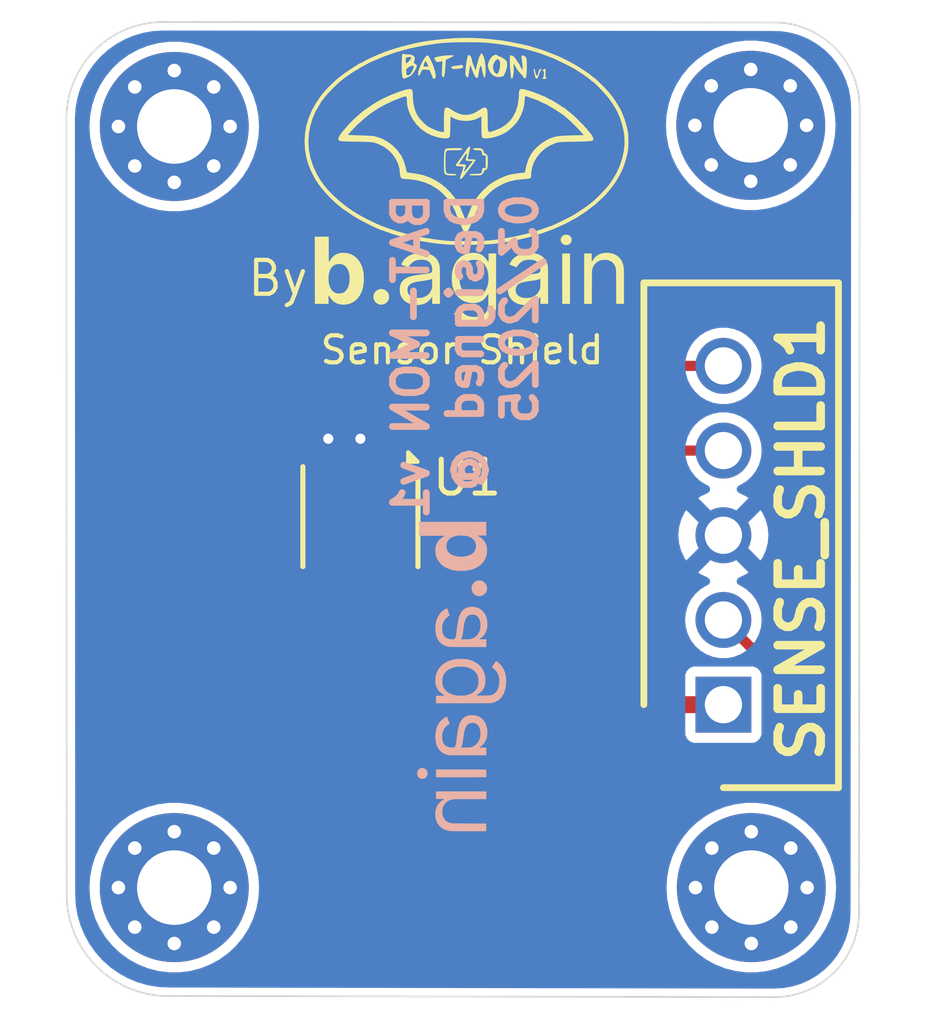
<source format=kicad_pcb>
(kicad_pcb (version 20240108) (generator "pcbnew") (generator_version "8.0")
  (title_block (title "Bat.mon v1 - Sensor Shield") (date "2025-03-12"))
  (layers (0 "F.Cu" signal) (31 "B.Cu" power) (34 "B.Paste" user) (35 "F.Paste" user) (36 "B.SilkS" user "B.Silkscreen") (37 "F.SilkS" user "F.Silkscreen") (38 "B.Mask" user) (39 "F.Mask" user) (44 "Edge.Cuts" user))
  (net 0 "")
  (net 1 "I2C1_SDA")
  (net 2 "INT_SENSOR")
  (net 3 "I2C1_SCL")
  (net 4 "+3.3V")
  (net 5 "GND")
  (footprint "MountingHole:MountingHole_2.2mm_M2_Pad_Via" (layer "F.Cu") (at 76.1 68)
    (property "Reference" "H4" (hide yes))
    (property "Value" "MountingHole")
    (pad "1" thru_hole circle (at -1.65 0) (size 0.7 0.7) (drill 0.4) (layers "*.Cu" "*.Mask"))
    (pad "1" thru_hole circle (at -1.166726 -1.166726) (size 0.7 0.7) (drill 0.4) (layers "*.Cu" "*.Mask"))
    (pad "1" thru_hole circle (at -1.166726 1.166726) (size 0.7 0.7) (drill 0.4) (layers "*.Cu" "*.Mask"))
    (pad "1" thru_hole circle (at 0 -1.65) (size 0.7 0.7) (drill 0.4) (layers "*.Cu" "*.Mask"))
    (pad "1" thru_hole circle (at 0 0) (size 4.4 4.4) (drill 2.2) (layers "*.Cu" "*.Mask"))
    (pad "1" thru_hole circle (at 0 1.65) (size 0.7 0.7) (drill 0.4) (layers "*.Cu" "*.Mask"))
    (pad "1" thru_hole circle (at 1.166726 -1.166726) (size 0.7 0.7) (drill 0.4) (layers "*.Cu" "*.Mask"))
    (pad "1" thru_hole circle (at 1.166726 1.166726) (size 0.7 0.7) (drill 0.4) (layers "*.Cu" "*.Mask"))
    (pad "1" thru_hole circle (at 1.65 0) (size 0.7 0.7) (drill 0.4) (layers "*.Cu" "*.Mask"))
  )
  (footprint "MountingHole:MountingHole_2.2mm_M2_Pad_Via" (layer "F.Cu") (at 93.15 68)
    (property "Reference" "H3" (hide yes))
    (property "Value" "MountingHole")
    (pad "1" thru_hole circle (at -1.65 0) (size 0.7 0.7) (drill 0.4) (layers "*.Cu" "*.Mask"))
    (pad "1" thru_hole circle (at -1.166726 -1.166726) (size 0.7 0.7) (drill 0.4) (layers "*.Cu" "*.Mask"))
    (pad "1" thru_hole circle (at -1.166726 1.166726) (size 0.7 0.7) (drill 0.4) (layers "*.Cu" "*.Mask"))
    (pad "1" thru_hole circle (at 0 -1.65) (size 0.7 0.7) (drill 0.4) (layers "*.Cu" "*.Mask"))
    (pad "1" thru_hole circle (at 0 0) (size 4.4 4.4) (drill 2.2) (layers "*.Cu" "*.Mask"))
    (pad "1" thru_hole circle (at 0 1.65) (size 0.7 0.7) (drill 0.4) (layers "*.Cu" "*.Mask"))
    (pad "1" thru_hole circle (at 1.166726 -1.166726) (size 0.7 0.7) (drill 0.4) (layers "*.Cu" "*.Mask"))
    (pad "1" thru_hole circle (at 1.166726 1.166726) (size 0.7 0.7) (drill 0.4) (layers "*.Cu" "*.Mask"))
    (pad "1" thru_hole circle (at 1.65 0) (size 0.7 0.7) (drill 0.4) (layers "*.Cu" "*.Mask"))
  )
  (footprint "Package_SON:Texas_PWSON-N6" (layer "F.Cu") (at 81.6 57.05 -90)
    (property "Reference" "U1" (at -1.15 -3.15 0) (layer "F.SilkS"))
    (property "Value" "HDC2080")
    (pad "1" smd roundrect (at -1.4 -0.95 270) (size 0.6 0.4) (layers "F.Cu" "F.Paste" "F.Mask") (net 1 "I2C1_SDA"))
    (pad "2" smd roundrect (at -1.4 0 270) (size 0.6 0.4) (layers "F.Cu" "F.Paste" "F.Mask") (net 5 "GND"))
    (pad "3" smd roundrect (at -1.4 0.95 270) (size 0.6 0.4) (layers "F.Cu" "F.Paste" "F.Mask") (net 5 "GND"))
    (pad "4" smd roundrect (at 1.4 0.95 270) (size 0.6 0.4) (layers "F.Cu" "F.Paste" "F.Mask") (net 2 "INT_SENSOR"))
    (pad "5" smd roundrect (at 1.4 0 270) (size 0.6 0.4) (layers "F.Cu" "F.Paste" "F.Mask") (net 4 "+3.3V"))
    (pad "6" smd roundrect (at 1.4 -0.95 270) (size 0.6 0.4) (layers "F.Cu" "F.Paste" "F.Mask") (net 3 "I2C1_SCL"))
    (pad "7" smd rect (at 0 0 270) (size 1.5 2.4) (layers "F.Cu" "F.Mask"))
  )
  (footprint "LOGO" (layer "F.Cu") (at 84.7 45.95)
    (property "Reference" "G***" (hide yes))
    (property "Value" "LOGO" (hide yes))
  )
  (footprint "MountingHole:MountingHole_2.2mm_M2_Pad_Via" (layer "F.Cu") (at 76.1 45.533274)
    (property "Reference" "H1" (hide yes))
    (property "Value" "MountingHole")
    (pad "1" thru_hole circle (at -1.65 0) (size 0.7 0.7) (drill 0.4) (layers "*.Cu" "*.Mask"))
    (pad "1" thru_hole circle (at -1.166726 -1.166726) (size 0.7 0.7) (drill 0.4) (layers "*.Cu" "*.Mask"))
    (pad "1" thru_hole circle (at -1.166726 1.166726) (size 0.7 0.7) (drill 0.4) (layers "*.Cu" "*.Mask"))
    (pad "1" thru_hole circle (at 0 -1.65) (size 0.7 0.7) (drill 0.4) (layers "*.Cu" "*.Mask"))
    (pad "1" thru_hole circle (at 0 0) (size 4.4 4.4) (drill 2.2) (layers "*.Cu" "*.Mask"))
    (pad "1" thru_hole circle (at 0 1.65) (size 0.7 0.7) (drill 0.4) (layers "*.Cu" "*.Mask"))
    (pad "1" thru_hole circle (at 1.166726 -1.166726) (size 0.7 0.7) (drill 0.4) (layers "*.Cu" "*.Mask"))
    (pad "1" thru_hole circle (at 1.166726 1.166726) (size 0.7 0.7) (drill 0.4) (layers "*.Cu" "*.Mask"))
    (pad "1" thru_hole circle (at 1.65 0) (size 0.7 0.7) (drill 0.4) (layers "*.Cu" "*.Mask"))
  )
  (footprint "Mouser_Footprints:SHDR5W64P0X250_1X5_1490X575X700P" (layer "F.Cu") (at 92.325 62.6 -90)
    (property "Reference" "SENSE_SHLD1" (at -4.9 -2.3 90) (layer "F.SilkS") (effects (font (size 1.27 1.27) (thickness 0.254))))
    (property "Value" "Sensor Shield" (hide yes))
    (pad "1" thru_hole rect (at 0 0 270) (size 1.65 1.65) (drill 1.1) (layers "*.Cu" "*.Mask") (net 4 "+3.3V"))
    (pad "2" thru_hole circle (at -2.5 0 270) (size 1.65 1.65) (drill 1.1) (layers "*.Cu" "*.Mask") (net 2 "INT_SENSOR"))
    (pad "3" thru_hole circle (at -5 0 270) (size 1.65 1.65) (drill 1.1) (layers "*.Cu" "*.Mask") (net 5 "GND"))
    (pad "4" thru_hole circle (at -7.5 0 270) (size 1.65 1.65) (drill 1.1) (layers "*.Cu" "*.Mask") (net 3 "I2C1_SCL"))
    (pad "5" thru_hole circle (at -10 0 270) (size 1.65 1.65) (drill 1.1) (layers "*.Cu" "*.Mask") (net 1 "I2C1_SDA"))
  )
  (footprint "MountingHole:MountingHole_2.2mm_M2_Pad_Via" (layer "F.Cu") (at 93.133274 45.5)
    (property "Reference" "H2" (hide yes))
    (property "Value" "MountingHole")
    (pad "1" thru_hole circle (at -1.65 0) (size 0.7 0.7) (drill 0.4) (layers "*.Cu" "*.Mask"))
    (pad "1" thru_hole circle (at -1.166726 -1.166726) (size 0.7 0.7) (drill 0.4) (layers "*.Cu" "*.Mask"))
    (pad "1" thru_hole circle (at -1.166726 1.166726) (size 0.7 0.7) (drill 0.4) (layers "*.Cu" "*.Mask"))
    (pad "1" thru_hole circle (at 0 -1.65) (size 0.7 0.7) (drill 0.4) (layers "*.Cu" "*.Mask"))
    (pad "1" thru_hole circle (at 0 0) (size 4.4 4.4) (drill 2.2) (layers "*.Cu" "*.Mask"))
    (pad "1" thru_hole circle (at 0 1.65) (size 0.7 0.7) (drill 0.4) (layers "*.Cu" "*.Mask"))
    (pad "1" thru_hole circle (at 1.166726 -1.166726) (size 0.7 0.7) (drill 0.4) (layers "*.Cu" "*.Mask"))
    (pad "1" thru_hole circle (at 1.166726 1.166726) (size 0.7 0.7) (drill 0.4) (layers "*.Cu" "*.Mask"))
    (pad "1" thru_hole circle (at 1.65 0) (size 0.7 0.7) (drill 0.4) (layers "*.Cu" "*.Mask"))
  )
  (footprint "LOGO" (layer "F.Cu") (at 84.8 50.05)
    (property "Reference" "G***" (hide yes))
    (property "Value" "LOGO" (hide yes))
  )
  (footprint "LOGO" (layer "B.Cu") (at 84.6 61.75 -90)
    (property "Reference" "G***" (hide yes))
    (property "Value" "LOGO" (hide yes))
  )
  (gr_line (start 96.332243 68.732243) (end 96.35 45) (stroke (width 0.05)) (layer "Edge.Cuts"))
  (gr_arc (start 96.332243 68.732243) (mid 95.6 70.5) (end 93.832243 71.232243) (stroke (width 0.05)) (layer "Edge.Cuts"))
  (gr_line (start 75.75 42.45) (end 93.750409 42.463656) (stroke (width 0.05)) (layer "Edge.Cuts"))
  (gr_arc (start 75.921326 71.2) (mid 73.8 70.321326) (end 72.921326 68.2) (stroke (width 0.05)) (layer "Edge.Cuts"))
  (gr_line (start 72.921326 68.2) (end 72.913813 45.278676) (stroke (width 0.05)) (layer "Edge.Cuts"))
  (gr_arc (start 72.913813 45.278676) (mid 73.753277 43.284172) (end 75.75 42.45) (stroke (width 0.05)) (layer "Edge.Cuts"))
  (gr_line (start 75.921326 71.2) (end 93.832243 71.232243) (stroke (width 0.05)) (layer "Edge.Cuts"))
  (gr_arc (start 93.750409 42.463656) (mid 95.588618 43.179988) (end 96.35 45) (stroke (width 0.05)) (layer "Edge.Cuts"))
  (gr_text "BAT-MON v1\nDesigned @ \n03/2025" (at 86.9 47.4 90) (layer "B.SilkS") (effects (font (size 1 1) (thickness 0.2) (bold yes)) (justify left bottom mirror)))
  (gr_text "By" (at 78.2 50.6 0) (layer "F.SilkS") (effects (font (size 1 1) (thickness 0.125)) (justify left bottom)))
  (gr_text "Sensor Shield" (at 80.35 52.6 0) (layer "F.SilkS") (effects (font (size 0.8 0.8) (thickness 0.125)) (justify left bottom)))
  (segment (start 82.55 55.65) (end 85.6 52.6) (width 0.3) (layer "F.Cu") (net 1))
  (segment (start 85.6 52.6) (end 92.325 52.6) (width 0.3) (layer "F.Cu") (net 1))
  (segment (start 93.9 63.75) (end 93.9 61.675) (width 0.3) (layer "F.Cu") (net 2))
  (segment (start 80.65 58.45) (end 80.65 61.2) (width 0.3) (layer "F.Cu") (net 2))
  (segment (start 93.9 61.675) (end 92.325 60.1) (width 0.3) (layer "F.Cu") (net 2))
  (segment (start 83.75 64.3) (end 93.35 64.3) (width 0.3) (layer "F.Cu") (net 2))
  (segment (start 93.35 64.3) (end 93.9 63.75) (width 0.3) (layer "F.Cu") (net 2))
  (segment (start 80.65 61.2) (end 83.75 64.3) (width 0.3) (layer "F.Cu") (net 2))
  (segment (start 82.55 58.45) (end 85.45 58.45) (width 0.3) (layer "F.Cu") (net 3))
  (segment (start 88.8 55.1) (end 92.325 55.1) (width 0.3) (layer "F.Cu") (net 3))
  (segment (start 85.45 58.45) (end 88.8 55.1) (width 0.3) (layer "F.Cu") (net 3))
  (segment (start 92.325 62.6) (end 89.05 62.6) (width 0.5) (layer "F.Cu") (net 4))
  (segment (start 89.05 62.6) (end 86.6 60.15) (width 0.5) (layer "F.Cu") (net 4))
  (segment (start 82.55 60.15) (end 81.6 59.2) (width 0.5) (layer "F.Cu") (net 4))
  (segment (start 81.6 59.2) (end 81.6 58.45) (width 0.5) (layer "F.Cu") (net 4))
  (segment (start 86.6 60.15) (end 82.55 60.15) (width 0.5) (layer "F.Cu") (net 4))
  (via (at 81.6 54.75) (size 0.7) (drill 0.3) (layers "F.Cu" "B.Cu") (net 5))
  (via (at 80.65 54.75) (size 0.7) (drill 0.3) (layers "F.Cu" "B.Cu") (net 5))
  (zone (net 5) (net_name "GND") (layer "F.Cu") (priority 1) (connect_pads yes (clearance 0.3)) (min_thickness 0.25) (fill yes (thermal_gap 0.5) (thermal_bridge_width 0.5))
    (polygon (pts (xy 80.25 56.1) (xy 82 56.1) (xy 82 54.35) (xy 80.25 54.35)))
  )
  (zone (net 5) (net_name "GND") (layer "B.Cu") (connect_pads (clearance 0.3)) (min_thickness 0.25) (fill yes (thermal_gap 0.5) (thermal_bridge_width 0.5))
    (polygon (pts (xy 72.2 41.8) (xy 72.05 71.85) (xy 97.05 71.85) (xy 97.15 41.9)))
  )
)
</source>
